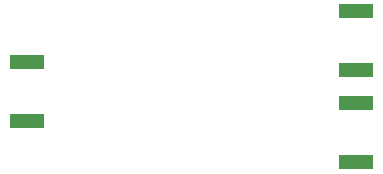
<source format=gbr>
%TF.GenerationSoftware,KiCad,Pcbnew,8.0.4*%
%TF.CreationDate,2024-09-11T11:19:10+03:00*%
%TF.ProjectId,micro_diplekser,6d696372-6f5f-4646-9970-6c656b736572,rev?*%
%TF.SameCoordinates,Original*%
%TF.FileFunction,Soldermask,Bot*%
%TF.FilePolarity,Negative*%
%FSLAX46Y46*%
G04 Gerber Fmt 4.6, Leading zero omitted, Abs format (unit mm)*
G04 Created by KiCad (PCBNEW 8.0.4) date 2024-09-11 11:19:10*
%MOMM*%
%LPD*%
G01*
G04 APERTURE LIST*
%ADD10R,3.000000X1.250000*%
G04 APERTURE END LIST*
D10*
%TO.C,J3*%
X79654400Y-99234000D03*
X79654400Y-94234000D03*
%TD*%
%TO.C,J2*%
X79631000Y-91400000D03*
X79631000Y-86400000D03*
%TD*%
%TO.C,J1*%
X51765200Y-90707200D03*
X51765200Y-95707200D03*
%TD*%
M02*

</source>
